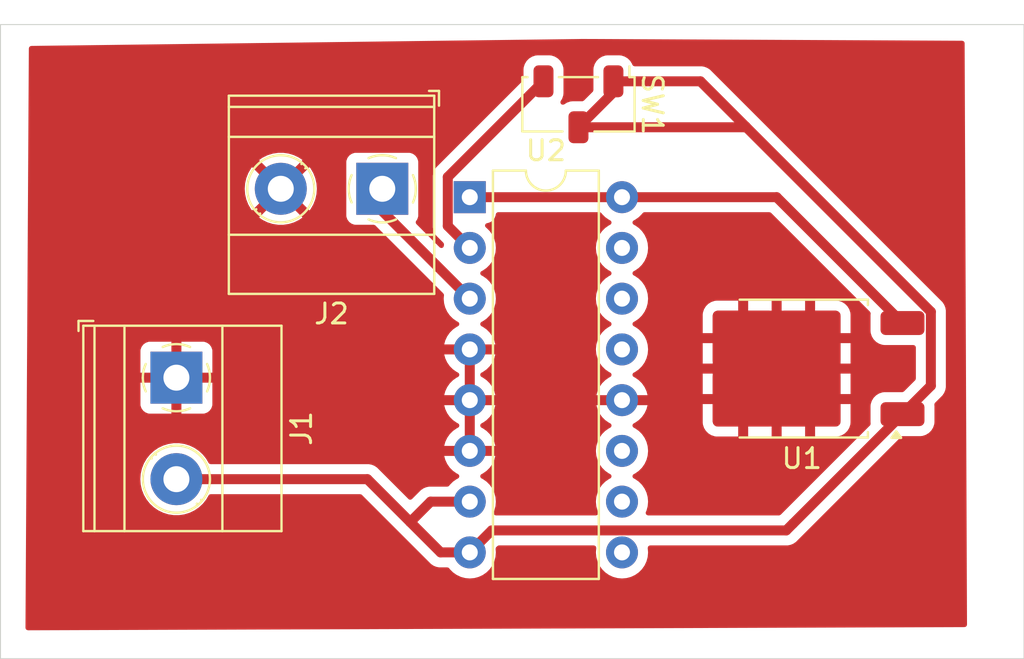
<source format=kicad_pcb>
(kicad_pcb (version 20240108) (generator "pcbnew") (generator_version "8.0")
  (layers (0 "F.Cu" signal) (31 "B.Cu" signal) (34 "B.Paste" user) (35 "F.Paste" user) (36 "B.SilkS" user "B.Silkscreen") (37 "F.SilkS" user "F.Silkscreen") (38 "B.Mask" user) (39 "F.Mask" user) (44 "Edge.Cuts" user))
  (net 0 "")
  (net 1 "GND")
  (net 2 "+9V")
  (net 3 "Net-(SW1-A)")
  (net 4 "Net-(U1-OUT)")
  (net 11 "Net-(J2-Pin_1)")
  (footprint "Package_DIP:DIP-16_W7.62mm" (layer "F.Cu") (at 155.38 71.92)
    (property "Reference" "U2" (at 3.81 -2.33 0) (layer "F.SilkS"))
    (property "Value" "L293D")
    (fp_line (start 1.16 -1.33) (end 1.16 19.11) (stroke (width 0.12)) (layer "F.SilkS"))
    (fp_line (start 1.16 19.11) (end 6.46 19.11) (stroke (width 0.12)) (layer "F.SilkS"))
    (fp_line (start 2.81 -1.33) (end 1.16 -1.33) (stroke (width 0.12)) (layer "F.SilkS"))
    (fp_line (start 6.46 -1.33) (end 4.81 -1.33) (stroke (width 0.12)) (layer "F.SilkS"))
    (fp_line (start 6.46 19.11) (end 6.46 -1.33) (stroke (width 0.12)) (layer "F.SilkS"))
    (fp_arc (start 4.81 -1.33) (mid 3.81 -0.33) (end 2.81 -1.33) (stroke (width 0.12)) (layer "F.SilkS"))
    (pad "1" thru_hole rect (at 0 0) (size 1.6 1.6) (drill 0.8) (layers "*.Cu" "*.Mask") (net 4 "Net-(U1-OUT)"))
    (pad "2" thru_hole oval (at 0 2.54) (size 1.6 1.6) (drill 0.8) (layers "*.Cu" "*.Mask") (net 3 "Net-(SW1-A)"))
    (pad "3" thru_hole oval (at 0 5.08) (size 1.6 1.6) (drill 0.8) (layers "*.Cu" "*.Mask") (net 11 "Net-(J2-Pin_1)"))
    (pad "4" thru_hole oval (at 0 7.62) (size 1.6 1.6) (drill 0.8) (layers "*.Cu" "*.Mask") (net 1 "GND"))
    (pad "5" thru_hole oval (at 0 10.16) (size 1.6 1.6) (drill 0.8) (layers "*.Cu" "*.Mask") (net 1 "GND"))
    (pad "6" thru_hole oval (at 0 12.7) (size 1.6 1.6) (drill 0.8) (layers "*.Cu" "*.Mask") (net 1 "GND"))
    (pad "7" thru_hole oval (at 0 15.24) (size 1.6 1.6) (drill 0.8) (layers "*.Cu" "*.Mask") (net 2 "+9V"))
    (pad "8" thru_hole oval (at 0 17.78) (size 1.6 1.6) (drill 0.8) (layers "*.Cu" "*.Mask") (net 2 "+9V"))
    (pad "9" thru_hole oval (at 7.62 17.78) (size 1.6 1.6) (drill 0.8) (layers "*.Cu" "*.Mask"))
    (pad "10" thru_hole oval (at 7.62 15.24) (size 1.6 1.6) (drill 0.8) (layers "*.Cu" "*.Mask"))
    (pad "11" thru_hole oval (at 7.62 12.7) (size 1.6 1.6) (drill 0.8) (layers "*.Cu" "*.Mask"))
    (pad "12" thru_hole oval (at 7.62 10.16) (size 1.6 1.6) (drill 0.8) (layers "*.Cu" "*.Mask") (net 1 "GND"))
    (pad "13" thru_hole oval (at 7.62 7.62) (size 1.6 1.6) (drill 0.8) (layers "*.Cu" "*.Mask"))
    (pad "14" thru_hole oval (at 7.62 5.08) (size 1.6 1.6) (drill 0.8) (layers "*.Cu" "*.Mask"))
    (pad "15" thru_hole oval (at 7.62 2.54) (size 1.6 1.6) (drill 0.8) (layers "*.Cu" "*.Mask"))
    (pad "16" thru_hole oval (at 7.62 0) (size 1.6 1.6) (drill 0.8) (layers "*.Cu" "*.Mask") (net 4 "Net-(U1-OUT)"))
  )
  (footprint "TerminalBlock_Phoenix:TerminalBlock_Phoenix_MKDS-1,5-2-5.08_1x02_P5.08mm_Horizontal" (layer "F.Cu") (at 151 71.5 180)
    (property "Reference" "J2" (at 2.54 -6.26 0) (layer "F.SilkS"))
    (property "Value" "Screw_Terminal_01x02")
    (fp_line (start 7.68 -5.261) (end 7.68 4.66) (stroke (width 0.12)) (layer "F.SilkS"))
    (fp_line (start 6.355 -1.069) (end 6.308 -1.023) (stroke (width 0.12)) (layer "F.SilkS"))
    (fp_line (start 6.15 -1.275) (end 6.115 -1.239) (stroke (width 0.12)) (layer "F.SilkS"))
    (fp_line (start 4.046 1.239) (end 4.011 1.274) (stroke (width 0.12)) (layer "F.SilkS"))
    (fp_line (start 3.853 1.023) (end 3.806 1.069) (stroke (width 0.12)) (layer "F.SilkS"))
    (fp_line (start -2.6 4.66) (end 7.68 4.66) (stroke (width 0.12)) (layer "F.SilkS"))
    (fp_line (start -2.6 4.1) (end 7.68 4.1) (stroke (width 0.12)) (layer "F.SilkS"))
    (fp_line (start -2.6 2.6) (end 7.68 2.6) (stroke (width 0.12)) (layer "F.SilkS"))
    (fp_line (start -2.6 -2.301) (end 7.68 -2.301) (stroke (width 0.12)) (layer "F.SilkS"))
    (fp_line (start -2.6 -5.261) (end 7.68 -5.261) (stroke (width 0.12)) (layer "F.SilkS"))
    (fp_line (start -2.6 -5.261) (end -2.6 4.66) (stroke (width 0.12)) (layer "F.SilkS"))
    (fp_line (start -2.84 4.9) (end -2.34 4.9) (stroke (width 0.12)) (layer "F.SilkS"))
    (fp_line (start -2.84 4.16) (end -2.84 4.9) (stroke (width 0.12)) (layer "F.SilkS"))
    (fp_arc (start 1.535427 -0.683042) (mid 1.680501 0.000524) (end 1.535 0.684) (stroke (width 0.12)) (layer "F.SilkS"))
    (fp_arc (start 0.683318 1.534756) (mid 0.349292 1.643288) (end 0 1.68) (stroke (width 0.12)) (layer "F.SilkS"))
    (fp_arc (start 0.028805 1.680253) (mid -0.335551 1.646659) (end -0.684 1.535) (stroke (width 0.12)) (layer "F.SilkS"))
    (fp_arc (start -0.683042 -1.535427) (mid 0.000524 -1.680501) (end 0.684 -1.535) (stroke (width 0.12)) (layer "F.SilkS"))
    (fp_arc (start -1.535427 0.683042) (mid -1.680501 -0.000524) (end -1.535 -0.684) (stroke (width 0.12)) (layer "F.SilkS"))
    (fp_circle (center 5.08 0) (end 6.76 0) (stroke (width 0.12)) (fill none) (layer "F.SilkS"))
    (pad "1" thru_hole rect (at 0 0 180) (size 2.6 2.6) (drill 1.3) (layers "*.Cu" "*.Mask") (net 11 "Net-(J2-Pin_1)"))
    (pad "2" thru_hole circle (at 5.08 0 180) (size 2.6 2.6) (drill 1.3) (layers "*.Cu" "*.Mask") (net 1 "GND"))
  )
  (footprint "Package_TO_SOT_SMD:TO-252-2" (layer "F.Cu") (at 172 80.5 180)
    (property "Reference" "U1" (at 0 -4.5 0) (layer "F.SilkS"))
    (property "Value" "L7805")
    (fp_line (start 3.11 3.45) (end -3.31 3.45) (stroke (width 0.12)) (layer "F.SilkS"))
    (fp_line (start 3.11 -3.45) (end -3.31 -3.45) (stroke (width 0.12)) (layer "F.SilkS"))
    (fp_line (start -3.31 3.45) (end -3.31 3.18) (stroke (width 0.12)) (layer "F.SilkS"))
    (fp_line (start -3.31 -3.45) (end -3.31 -3.18) (stroke (width 0.12)) (layer "F.SilkS"))
    (fp_poly (pts (xy -4.73 -3.14) (xy -4.97 -3.47) (xy -4.49 -3.47) (xy -4.73 -3.14)) (stroke (width 0.12)) (fill solid) (layer "F.SilkS"))
    (pad "1" smd roundrect (at -5.04 -2.28 180) (size 2.2 1.2) (layers "F.Cu" "F.Paste" "F.Mask") (roundrect_rratio 0.208333) (net 2 "+9V"))
    (pad "2" smd roundrect (at -0.415 -1.525 180) (size 3.05 2.75) (layers "F.Cu" "F.Paste") (roundrect_rratio 0.090909) (net 1 "GND"))
    (pad "2" smd roundrect (at -0.415 1.525 180) (size 3.05 2.75) (layers "F.Cu" "F.Paste") (roundrect_rratio 0.090909) (net 1 "GND"))
    (pad "2" smd roundrect (at 1.26 0 180) (size 6.4 5.8) (layers "F.Cu" "F.Mask") (roundrect_rratio 0.043103) (net 1 "GND"))
    (pad "2" smd roundrect (at 2.935 -1.525 180) (size 3.05 2.75) (layers "F.Cu" "F.Paste") (roundrect_rratio 0.090909) (net 1 "GND"))
    (pad "2" smd roundrect (at 2.935 1.525 180) (size 3.05 2.75) (layers "F.Cu" "F.Paste") (roundrect_rratio 0.090909) (net 1 "GND"))
    (pad "3" smd roundrect (at -5.04 2.28 180) (size 2.2 1.2) (layers "F.Cu" "F.Paste" "F.Mask") (roundrect_rratio 0.208333) (net 4 "Net-(U1-OUT)"))
  )
  (footprint "TerminalBlock_Phoenix:TerminalBlock_Phoenix_MKDS-1,5-2-5.08_1x02_P5.08mm_Horizontal" (layer "F.Cu") (at 140.695 80.955 -90)
    (property "Reference" "J1" (at 2.54 -6.26 90) (layer "F.SilkS"))
    (property "Value" "Screw_Terminal_01x02")
    (fp_line (start -2.84 4.9) (end -2.34 4.9) (stroke (width 0.12)) (layer "F.SilkS"))
    (fp_line (start -2.6 4.66) (end 7.68 4.66) (stroke (width 0.12)) (layer "F.SilkS"))
    (fp_line (start -2.84 4.16) (end -2.84 4.9) (stroke (width 0.12)) (layer "F.SilkS"))
    (fp_line (start -2.6 4.1) (end 7.68 4.1) (stroke (width 0.12)) (layer "F.SilkS"))
    (fp_line (start -2.6 2.6) (end 7.68 2.6) (stroke (width 0.12)) (layer "F.SilkS"))
    (fp_line (start 4.046 1.239) (end 4.011 1.274) (stroke (width 0.12)) (layer "F.SilkS"))
    (fp_line (start 3.853 1.023) (end 3.806 1.069) (stroke (width 0.12)) (layer "F.SilkS"))
    (fp_line (start 6.355 -1.069) (end 6.308 -1.023) (stroke (width 0.12)) (layer "F.SilkS"))
    (fp_line (start 6.15 -1.275) (end 6.115 -1.239) (stroke (width 0.12)) (layer "F.SilkS"))
    (fp_line (start -2.6 -2.301) (end 7.68 -2.301) (stroke (width 0.12)) (layer "F.SilkS"))
    (fp_line (start -2.6 -5.261) (end -2.6 4.66) (stroke (width 0.12)) (layer "F.SilkS"))
    (fp_line (start -2.6 -5.261) (end 7.68 -5.261) (stroke (width 0.12)) (layer "F.SilkS"))
    (fp_line (start 7.68 -5.261) (end 7.68 4.66) (stroke (width 0.12)) (layer "F.SilkS"))
    (fp_arc (start 0.028805 1.680253) (mid -0.335551 1.646659) (end -0.684 1.535) (stroke (width 0.12)) (layer "F.SilkS"))
    (fp_arc (start 0.683318 1.534756) (mid 0.349292 1.643288) (end 0 1.68) (stroke (width 0.12)) (layer "F.SilkS"))
    (fp_arc (start -1.535427 0.683042) (mid -1.680501 -0.000524) (end -1.535 -0.684) (stroke (width 0.12)) (layer "F.SilkS"))
    (fp_arc (start 1.535427 -0.683042) (mid 1.680501 0.000524) (end 1.535 0.684) (stroke (width 0.12)) (layer "F.SilkS"))
    (fp_arc (start -0.683042 -1.535427) (mid 0.000524 -1.680501) (end 0.684 -1.535) (stroke (width 0.12)) (layer "F.SilkS"))
    (fp_circle (center 5.08 0) (end 6.76 0) (stroke (width 0.12)) (fill none) (layer "F.SilkS"))
    (pad "1" thru_hole rect (at 0 0 270) (size 2.6 2.6) (drill 1.3) (layers "*.Cu" "*.Mask") (net 1 "GND"))
    (pad "2" thru_hole circle (at 5.08 0 270) (size 2.6 2.6) (drill 1.3) (layers "*.Cu" "*.Mask") (net 2 "+9V"))
  )
  (footprint "Button_Switch_SMD:Nidec_Copal_CAS-120A" (layer "F.Cu") (at 160.82 67.27 -90)
    (property "Reference" "SW1" (at 0 -3.7 -90) (layer "F.SilkS"))
    (property "Value" "SW_SPDT_312")
    (fp_line (start -1.36 2.81) (end -1.36 2.55) (stroke (width 0.12)) (layer "F.SilkS"))
    (fp_line (start 1.35 2.81) (end -1.35 2.81) (stroke (width 0.12)) (layer "F.SilkS"))
    (fp_line (start 1.36 0.8) (end 1.36 2.81) (stroke (width 0.12)) (layer "F.SilkS"))
    (fp_line (start -1.36 -0.98) (end -1.36 0.98) (stroke (width 0.12)) (layer "F.SilkS"))
    (fp_line (start -1.36 -2.55) (end -1.9 -2.55) (stroke (width 0.12)) (layer "F.SilkS"))
    (fp_line (start -1.36 -2.55) (end -1.36 -2.8) (stroke (width 0.12)) (layer "F.SilkS"))
    (fp_line (start -1.36 -2.81) (end 1.36 -2.81) (stroke (width 0.12)) (layer "F.SilkS"))
    (fp_line (start 1.36 -2.81) (end 1.36 -0.8) (stroke (width 0.12)) (layer "F.SilkS"))
    (pad "1" smd roundrect (at -1.15 -1.75 180) (size 1 1.6) (layers "F.Cu" "F.Paste" "F.Mask") (net 2 "+9V"))
    (pad "2" smd roundrect (at 1.15 0 180) (size 1 1.6) (layers "F.Cu" "F.Paste" "F.Mask") (net 2 "+9V"))
    (pad "3" smd roundrect (at -1.15 1.75 180) (size 1 1.6) (layers "F.Cu" "F.Paste" "F.Mask") (net 3 "Net-(SW1-A)"))
  )
  (gr_rect (start 131.89 63.28) (end 183.12 95.02) (stroke (width 0.05)) (fill none) (layer "Edge.Cuts"))
  (segment (start 169.065 82.025) (end 168.02 80.98) (width 0.5) (layer "F.Cu") (net 1))
  (segment (start 169.187372 68.382628) (end 178.46 77.655256) (width 0.5) (layer "F.Cu") (net 2))
  (segment (start 140.695 86.035) (end 150.255 86.035) (width 0.5) (layer "F.Cu") (net 2))
  (segment (start 155.38 89.7) (end 156.48 88.6) (width 0.5) (layer "F.Cu") (net 2))
  (segment (start 152.4 88.18) (end 152.56 88.02) (width 0.5) (layer "F.Cu") (net 2))
  (segment (start 156.48 88.6) (end 171.22 88.6) (width 0.5) (layer "F.Cu") (net 2))
  (segment (start 160.82 68.42) (end 169.15 68.42) (width 0.5) (layer "F.Cu") (net 2))
  (segment (start 166.924744 66.12) (end 169.187372 68.382628) (width 0.5) (layer "F.Cu") (net 2))
  (segment (start 152.56 88.02) (end 153.42 87.16) (width 0.5) (layer "F.Cu") (net 2))
  (segment (start 178.46 81.36) (end 177.04 82.78) (width 0.5) (layer "F.Cu") (net 2))
  (segment (start 150.255 86.035) (end 152.4 88.18) (width 0.5) (layer "F.Cu") (net 2))
  (segment (start 162.57 66.67) (end 162.57 66.12) (width 0.5) (layer "F.Cu") (net 2))
  (segment (start 155.38 89.7) (end 153.92 89.7) (width 0.5) (layer "F.Cu") (net 2))
  (segment (start 169.15 68.42) (end 169.187372 68.382628) (width 0.5) (layer "F.Cu") (net 2))
  (segment (start 160.82 68.42) (end 162.57 66.67) (width 0.5) (layer "F.Cu") (net 2))
  (segment (start 171.22 88.6) (end 171.56 88.26) (width 0.5) (layer "F.Cu") (net 2))
  (segment (start 178.46 77.655256) (end 178.46 81.36) (width 0.5) (layer "F.Cu") (net 2))
  (segment (start 153.42 87.16) (end 155.38 87.16) (width 0.5) (layer "F.Cu") (net 2))
  (segment (start 162.57 66.12) (end 166.924744 66.12) (width 0.5) (layer "F.Cu") (net 2))
  (segment (start 153.92 89.7) (end 152.4 88.18) (width 0.5) (layer "F.Cu") (net 2))
  (segment (start 177.04 82.78) (end 171.56 88.26) (width 0.5) (layer "F.Cu") (net 2))
  (segment (start 154.28 70.91) (end 154.28 73.36) (width 0.5) (layer "F.Cu") (net 3))
  (segment (start 154.28 73.36) (end 155.38 74.46) (width 0.5) (layer "F.Cu") (net 3))
  (segment (start 159.07 66.12) (end 154.28 70.91) (width 0.5) (layer "F.Cu") (net 3))
  (segment (start 170.74 71.92) (end 177.04 78.22) (width 0.5) (layer "F.Cu") (net 4))
  (segment (start 155.38 71.92) (end 163 71.92) (width 0.5) (layer "F.Cu") (net 4))
  (segment (start 163 71.92) (end 170.74 71.92) (width 0.5) (layer "F.Cu") (net 4))
  (segment (start 151 72.62) (end 155.38 77) (width 0.5) (layer "F.Cu") (net 11))
  (segment (start 151 71.5) (end 151 72.62) (width 0.5) (layer "F.Cu") (net 11))
  (zone (net 1) (net_name "GND") (layer "F.Cu") (connect_pads (clearance 0.5)) (min_thickness 0.25) (fill yes (thermal_gap 0.5) (thermal_bridge_width 0.5))
    (polygon (pts (xy 161.02 64) (xy 133.31 64.35) (xy 133.14 93.6) (xy 180.27 93.44) (xy 180.15 64.09)))
  )
)
</source>
